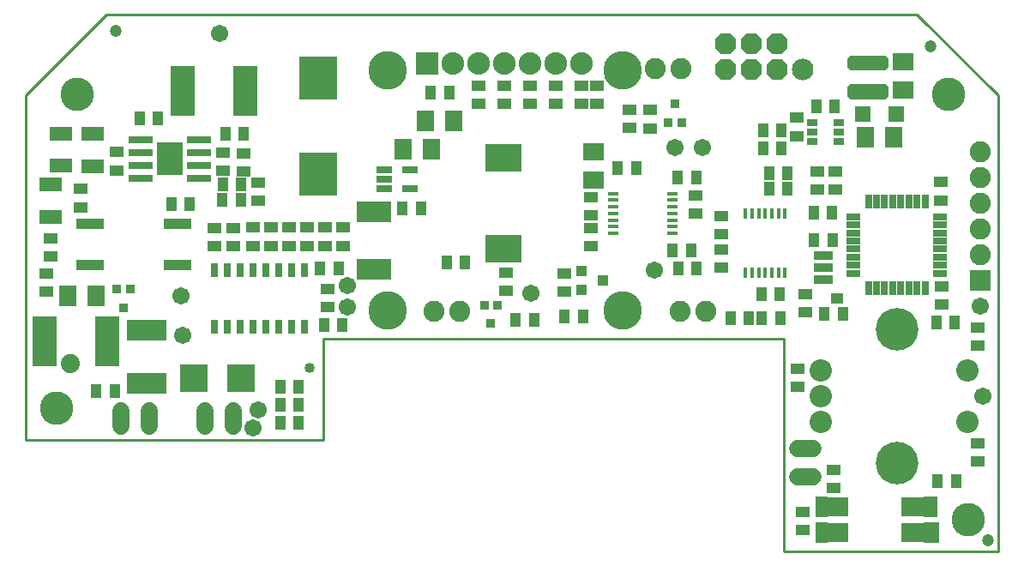
<source format=gbr>
G04 EAGLE Gerber RS-274X export*
G75*
%MOMM*%
%FSLAX34Y34*%
%LPD*%
%INSoldermask Top*%
%IPPOS*%
%AMOC8*
5,1,8,0,0,1.08239X$1,22.5*%
G01*
%ADD10C,3.303194*%
%ADD11R,1.397000X2.032000*%
%ADD12R,1.524000X2.032000*%
%ADD13R,1.143000X2.032000*%
%ADD14R,1.143000X1.016000*%
%ADD15C,2.203200*%
%ADD16C,4.203200*%
%ADD17R,1.524000X0.762000*%
%ADD18R,1.403200X1.003200*%
%ADD19R,1.003200X1.403200*%
%ADD20R,3.403200X2.003200*%
%ADD21R,2.235200X2.235200*%
%ADD22C,2.235200*%
%ADD23C,3.803200*%
%ADD24R,1.803200X2.003200*%
%ADD25R,2.794000X1.066800*%
%ADD26R,1.903200X0.903200*%
%ADD27R,1.473200X0.762000*%
%ADD28R,0.762000X1.473200*%
%ADD29R,0.803200X1.403200*%
%ADD30R,1.003200X0.653200*%
%ADD31R,2.353200X0.703200*%
%ADD32R,2.603200X3.303200*%
%ADD33C,0.828322*%
%ADD34R,3.703200X4.303200*%
%ADD35R,1.600200X1.600200*%
%ADD36R,2.003200X1.803200*%
%ADD37R,1.103200X1.003200*%
%ADD38R,2.203200X1.403200*%
%ADD39R,2.489200X5.003200*%
%ADD40R,2.743200X2.743200*%
%ADD41R,0.903200X0.903200*%
%ADD42R,3.903200X2.003200*%
%ADD43C,1.727200*%
%ADD44C,1.203200*%
%ADD45C,1.703200*%
%ADD46C,2.082800*%
%ADD47R,2.082800X2.082800*%
%ADD48R,1.000000X0.450000*%
%ADD49R,0.450000X1.000000*%
%ADD50R,2.203200X1.983200*%
%ADD51P,2.254402X8X22.500000*%
%ADD52C,1.016000*%
%ADD53R,3.603200X2.803200*%
%ADD54C,1.879600*%
%ADD55C,2.133600*%
%ADD56C,0.254000*%


D10*
X50800Y340800D03*
X910800Y340800D03*
X30800Y30800D03*
X930800Y-79200D03*
D11*
X893445Y-66040D03*
D12*
X894080Y-91440D03*
D13*
X785495Y-66040D03*
X785495Y-91440D03*
D14*
X800735Y139700D03*
D15*
X785070Y68600D03*
X785070Y17800D03*
X785070Y43200D03*
D16*
X860000Y-22840D03*
X860000Y109240D03*
D15*
X929850Y17800D03*
X929850Y68600D03*
D17*
X353822Y266446D03*
X353822Y257048D03*
X353822Y247650D03*
X379222Y247650D03*
X379222Y266446D03*
D18*
X224155Y191533D03*
X224155Y209533D03*
X241935Y191533D03*
X241935Y209533D03*
X259715Y191533D03*
X259715Y209533D03*
X277495Y191533D03*
X277495Y209533D03*
X313055Y191533D03*
X313055Y209533D03*
X295275Y191533D03*
X295275Y209533D03*
X204851Y191406D03*
X204851Y209406D03*
X186309Y191406D03*
X186309Y209406D03*
D19*
X194454Y252222D03*
X212454Y252222D03*
D20*
X344170Y224723D03*
X344170Y168723D03*
D19*
X269604Y16510D03*
X251604Y16510D03*
X251604Y34290D03*
X269604Y34290D03*
X251604Y52070D03*
X269604Y52070D03*
D21*
X396320Y371420D03*
D22*
X421720Y371420D03*
X447120Y371420D03*
X472520Y371420D03*
X497920Y371420D03*
X523320Y371420D03*
D23*
X589120Y127820D03*
X357120Y127820D03*
X357120Y364820D03*
X589120Y364820D03*
D22*
X548720Y371420D03*
D18*
X762000Y51960D03*
X762000Y69960D03*
X769620Y125620D03*
X769620Y143620D03*
D19*
X918320Y-40640D03*
X900320Y-40640D03*
D18*
X939800Y-21700D03*
X939800Y-3700D03*
X24257Y198738D03*
X24257Y180738D03*
D19*
X399940Y342900D03*
X417940Y342900D03*
D24*
X422940Y314960D03*
X394940Y314960D03*
D18*
X798957Y246778D03*
X798957Y264778D03*
D25*
X149606Y172974D03*
X149606Y213106D03*
X63754Y213106D03*
X63754Y172974D03*
D19*
X162162Y232537D03*
X144162Y232537D03*
D18*
X563880Y331360D03*
X563880Y349360D03*
X781177Y246778D03*
X781177Y264778D03*
D26*
X787527Y158053D03*
X787527Y170053D03*
X787527Y182053D03*
D27*
X816991Y220278D03*
X816991Y212278D03*
X816991Y204278D03*
X816991Y196278D03*
X816991Y188278D03*
X816991Y180278D03*
X816991Y172278D03*
X816991Y164278D03*
D28*
X831917Y149352D03*
X839917Y149352D03*
X847917Y149352D03*
X855917Y149352D03*
X863917Y149352D03*
X871917Y149352D03*
X879917Y149352D03*
X887917Y149352D03*
D27*
X902843Y164278D03*
X902843Y172278D03*
X902843Y180278D03*
X902843Y188278D03*
X902843Y196278D03*
X902843Y204278D03*
X902843Y212278D03*
X902843Y220278D03*
D28*
X887917Y235204D03*
X879917Y235204D03*
X871917Y235204D03*
X863917Y235204D03*
X855917Y235204D03*
X847917Y235204D03*
X839917Y235204D03*
X831917Y235204D03*
D18*
X903859Y254491D03*
X903859Y236491D03*
D29*
X274955Y167573D03*
X262255Y167573D03*
X249555Y167573D03*
X236855Y167573D03*
X224155Y167573D03*
X211455Y167573D03*
X198755Y167573D03*
X186055Y167573D03*
X186055Y111573D03*
X198755Y111573D03*
X211455Y111573D03*
X224155Y111573D03*
X236855Y111573D03*
X249555Y111573D03*
X262255Y111573D03*
X274955Y111573D03*
D18*
X298450Y131081D03*
X298450Y149081D03*
X447040Y331360D03*
X447040Y349360D03*
X472440Y331360D03*
X472440Y349360D03*
X497840Y331360D03*
X497840Y349360D03*
X523240Y331360D03*
X523240Y349360D03*
X548640Y331360D03*
X548640Y349360D03*
D30*
X776809Y313411D03*
X776809Y303911D03*
X776809Y294411D03*
X802309Y294411D03*
X802309Y303911D03*
X802309Y313411D03*
D31*
X113617Y296545D03*
X113617Y283845D03*
X113617Y271145D03*
X113617Y258445D03*
X171117Y258445D03*
X171117Y271145D03*
X171117Y283845D03*
X171117Y296545D03*
D32*
X142367Y277495D03*
D33*
X815594Y346884D02*
X847344Y346884D01*
X847344Y340634D01*
X815594Y340634D01*
X815594Y346884D01*
X815594Y374884D02*
X847344Y374884D01*
X847344Y368634D01*
X815594Y368634D01*
X815594Y374884D01*
D34*
X288671Y262253D03*
X288671Y357253D03*
D19*
X780559Y329311D03*
X798559Y329311D03*
D35*
X826389Y321691D03*
X859409Y321691D03*
D36*
X866521Y373029D03*
X866521Y345029D03*
D19*
X727981Y305689D03*
X745981Y305689D03*
D18*
X761619Y299991D03*
X761619Y317991D03*
D19*
X745981Y287909D03*
X727981Y287909D03*
D24*
X828899Y298831D03*
X856899Y298831D03*
D37*
X569809Y157519D03*
X548809Y148019D03*
X548809Y167019D03*
D19*
X550029Y121479D03*
X532029Y121479D03*
D18*
X531379Y145931D03*
X531379Y163931D03*
D19*
X602598Y267843D03*
X584598Y267843D03*
D18*
X557657Y239378D03*
X557657Y221378D03*
X557657Y190898D03*
X557657Y208898D03*
D36*
X560578Y256383D03*
X560578Y284383D03*
D19*
X638700Y186563D03*
X656700Y186563D03*
X644415Y168910D03*
X662415Y168910D03*
D18*
X661162Y241537D03*
X661162Y223537D03*
D38*
X34798Y302512D03*
X34798Y270512D03*
X66421Y302004D03*
X66421Y270004D03*
X24892Y252347D03*
X24892Y220347D03*
D18*
X89667Y266099D03*
X89667Y284099D03*
D19*
X112311Y317759D03*
X130311Y317759D03*
D18*
X214757Y282812D03*
X214757Y264812D03*
D19*
X197375Y302260D03*
X215375Y302260D03*
D18*
X194437Y283447D03*
X194437Y265447D03*
D19*
X194213Y236748D03*
X212213Y236748D03*
D39*
X216928Y344805D03*
X154928Y344805D03*
D40*
X212725Y60579D03*
X165735Y60579D03*
D18*
X53848Y247633D03*
X53848Y229633D03*
X616712Y307611D03*
X616712Y325611D03*
D41*
X634342Y313330D03*
X647342Y313330D03*
X640842Y331830D03*
D42*
X119761Y108423D03*
X119761Y55923D03*
D39*
X18657Y97282D03*
X80657Y97282D03*
D18*
X596519Y308246D03*
X596519Y326246D03*
D43*
X94361Y28448D02*
X94361Y13208D01*
X122301Y13208D02*
X122301Y28448D01*
X176784Y28829D02*
X176784Y13589D01*
X204724Y13589D02*
X204724Y28829D01*
X762000Y-36830D02*
X777240Y-36830D01*
X777240Y-8890D02*
X762000Y-8890D01*
D44*
X88900Y403860D03*
X893699Y388366D03*
X949960Y-99060D03*
D18*
X20320Y145940D03*
X20320Y163940D03*
X939800Y92600D03*
X939800Y110600D03*
X229362Y253856D03*
X229362Y235856D03*
D24*
X41880Y142240D03*
X69880Y142240D03*
D19*
X69740Y48260D03*
X87740Y48260D03*
D24*
X372207Y286639D03*
X400207Y286639D03*
D19*
X390000Y228600D03*
X372000Y228600D03*
X778400Y197104D03*
X796400Y197104D03*
D18*
X904240Y133240D03*
X904240Y151240D03*
D45*
X229616Y29591D03*
D46*
X621411Y366522D03*
X646811Y366522D03*
D47*
X942340Y157480D03*
D46*
X942340Y182880D03*
X942340Y208280D03*
X942340Y233680D03*
X942340Y259080D03*
X942340Y284480D03*
D48*
X580350Y243020D03*
X580350Y236520D03*
X580350Y230020D03*
X580350Y223520D03*
X580350Y217020D03*
X580350Y210520D03*
X580350Y204020D03*
X638850Y204020D03*
X638850Y210520D03*
X638850Y217020D03*
X638850Y223520D03*
X638850Y230020D03*
X638850Y236520D03*
X638850Y243020D03*
D49*
X710750Y165060D03*
X717250Y165060D03*
X723750Y165060D03*
X730250Y165060D03*
X736750Y165060D03*
X743250Y165060D03*
X749750Y165060D03*
X749750Y223560D03*
X743250Y223560D03*
X736750Y223560D03*
X730250Y223560D03*
X723750Y223560D03*
X717250Y223560D03*
X710750Y223560D03*
D19*
X733950Y262890D03*
X751950Y262890D03*
X733950Y247650D03*
X751950Y247650D03*
X744330Y143510D03*
X726330Y143510D03*
X744838Y120142D03*
X726838Y120142D03*
D18*
X687070Y170070D03*
X687070Y188070D03*
D50*
X801190Y-66040D03*
X801190Y-91440D03*
X875690Y-91440D03*
X875690Y-66040D03*
D41*
X103020Y148950D03*
X90020Y148950D03*
X96520Y130450D03*
D19*
X806560Y124460D03*
X788560Y124460D03*
D18*
X767080Y-71010D03*
X767080Y-89010D03*
X797560Y-29608D03*
X797560Y-47608D03*
D19*
X661780Y259080D03*
X643780Y259080D03*
D18*
X687070Y221090D03*
X687070Y203090D03*
D51*
X690880Y365760D03*
X690880Y391160D03*
X716280Y365760D03*
X716280Y391160D03*
X741680Y365760D03*
X741680Y391160D03*
D19*
X294530Y113030D03*
X312530Y113030D03*
X290720Y168910D03*
X308720Y168910D03*
D45*
X498348Y144526D03*
D52*
X280670Y71120D03*
D45*
X641350Y288290D03*
X317500Y152400D03*
X317500Y130810D03*
X153670Y142240D03*
X621030Y167640D03*
X668020Y288290D03*
X154940Y102870D03*
X224790Y11430D03*
X942340Y132080D03*
D19*
X899050Y115570D03*
X917050Y115570D03*
D18*
X473964Y146956D03*
X473964Y164956D03*
D45*
X944880Y43180D03*
D19*
X795892Y224536D03*
X777892Y224536D03*
D45*
X191516Y401320D03*
D53*
X471424Y188680D03*
X471424Y278680D03*
D41*
X465732Y133202D03*
X452732Y133202D03*
X459232Y114702D03*
D19*
X433688Y174752D03*
X415688Y174752D03*
D46*
X402844Y127000D03*
X428244Y127000D03*
D19*
X714104Y119888D03*
X696104Y119888D03*
D46*
X645668Y127000D03*
X671068Y127000D03*
D19*
X501760Y118110D03*
X483760Y118110D03*
D54*
X44450Y75438D03*
D55*
X767080Y365760D03*
D56*
X0Y0D02*
X293500Y0D01*
X293500Y100000D01*
X748100Y100000D01*
X748100Y-110000D01*
X960000Y-110000D01*
X960000Y340000D01*
X880028Y419972D01*
X79972Y419972D01*
X0Y340000D01*
X0Y0D01*
M02*

</source>
